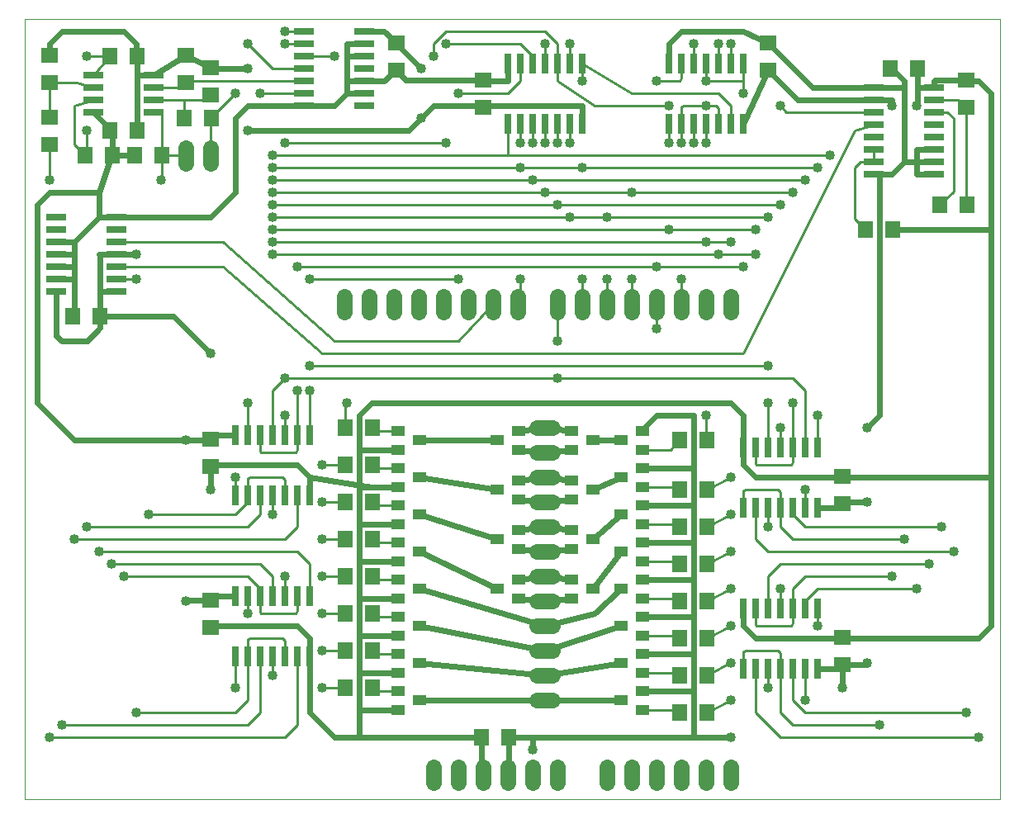
<source format=gtl>
G75*
G70*
%OFA0B0*%
%FSLAX24Y24*%
%IPPOS*%
%LPD*%
%AMOC8*
5,1,8,0,0,1.08239X$1,22.5*
%
%ADD10C,0.0000*%
%ADD11R,0.0800X0.0260*%
%ADD12R,0.0710X0.0630*%
%ADD13R,0.0630X0.0710*%
%ADD14R,0.0551X0.0394*%
%ADD15R,0.0630X0.0709*%
%ADD16R,0.0260X0.0800*%
%ADD17R,0.0709X0.0630*%
%ADD18C,0.0640*%
%ADD19C,0.0100*%
%ADD20C,0.0240*%
%ADD21C,0.0400*%
D10*
X000222Y000554D02*
X000222Y032050D01*
X039592Y032050D01*
X039592Y000554D01*
X000222Y000554D01*
D11*
X001512Y021054D03*
X001512Y021554D03*
X001512Y022054D03*
X001512Y022554D03*
X001512Y023054D03*
X001512Y023554D03*
X001512Y024054D03*
X003932Y024054D03*
X003932Y023554D03*
X003932Y023054D03*
X003932Y022554D03*
X003932Y022054D03*
X003932Y021554D03*
X003932Y021054D03*
X003012Y028304D03*
X003012Y028804D03*
X003012Y029304D03*
X003012Y029804D03*
X005432Y029804D03*
X005432Y029304D03*
X005432Y028804D03*
X005432Y028304D03*
X011512Y028554D03*
X011512Y029054D03*
X011512Y029554D03*
X011512Y030054D03*
X011512Y030554D03*
X011512Y031054D03*
X011512Y031554D03*
X013932Y031554D03*
X013932Y031054D03*
X013932Y030554D03*
X013932Y030054D03*
X013932Y029554D03*
X013932Y029054D03*
X013932Y028554D03*
X034512Y028304D03*
X034512Y027804D03*
X034512Y027304D03*
X034512Y026804D03*
X034512Y026304D03*
X034512Y025804D03*
X036932Y025804D03*
X036932Y026304D03*
X036932Y026804D03*
X036932Y027304D03*
X036932Y027804D03*
X036932Y028304D03*
X036932Y028804D03*
X036932Y029304D03*
X034512Y029304D03*
X034512Y028804D03*
D12*
X038222Y028494D03*
X038222Y029614D03*
X007722Y030114D03*
X006722Y030614D03*
X006722Y029494D03*
X007722Y028994D03*
X001222Y029494D03*
X001222Y030614D03*
X001222Y028114D03*
X001222Y026994D03*
D13*
X002662Y026554D03*
X003782Y026554D03*
X004662Y026554D03*
X005782Y026554D03*
X006662Y028054D03*
X007782Y028054D03*
X004782Y030554D03*
X003662Y030554D03*
X013162Y015554D03*
X014282Y015554D03*
X014282Y014054D03*
X013162Y014054D03*
X013162Y012554D03*
X014282Y012554D03*
X014282Y011054D03*
X013162Y011054D03*
X013162Y009554D03*
X014282Y009554D03*
X014282Y008054D03*
X013162Y008054D03*
X013162Y006554D03*
X014282Y006554D03*
X014282Y005054D03*
X013162Y005054D03*
X026662Y005554D03*
X027782Y005554D03*
X027782Y004054D03*
X026662Y004054D03*
X026662Y007054D03*
X027782Y007054D03*
X027782Y008554D03*
X026662Y008554D03*
X026662Y010054D03*
X027782Y010054D03*
X027782Y011554D03*
X026662Y011554D03*
X026662Y013054D03*
X027782Y013054D03*
X027782Y015054D03*
X026662Y015054D03*
X034162Y023554D03*
X035282Y023554D03*
D14*
X025155Y015428D03*
X024289Y015054D03*
X025155Y014680D03*
X025155Y013928D03*
X025155Y013180D03*
X025155Y012428D03*
X024289Y012054D03*
X025155Y011680D03*
X025155Y010928D03*
X025155Y010180D03*
X024289Y010554D03*
X023155Y011054D03*
X022289Y010680D03*
X022289Y011428D03*
X022289Y012680D03*
X023155Y013054D03*
X022289Y013428D03*
X022289Y014680D03*
X023155Y015054D03*
X022289Y015428D03*
X020155Y015428D03*
X019289Y015054D03*
X020155Y014680D03*
X020155Y013428D03*
X019289Y013054D03*
X020155Y012680D03*
X020155Y011428D03*
X020155Y010680D03*
X019289Y011054D03*
X020155Y009428D03*
X020155Y008680D03*
X019289Y009054D03*
X022289Y008680D03*
X022289Y009428D03*
X023155Y009054D03*
X024289Y009054D03*
X025155Y008680D03*
X025155Y009428D03*
X025155Y007928D03*
X024289Y007554D03*
X025155Y007180D03*
X025155Y006428D03*
X025155Y005680D03*
X025155Y004928D03*
X024289Y004554D03*
X025155Y004180D03*
X024289Y006054D03*
X016155Y006054D03*
X015289Y005680D03*
X015289Y006428D03*
X015289Y007180D03*
X016155Y007554D03*
X015289Y007928D03*
X015289Y008680D03*
X015289Y009428D03*
X016155Y009054D03*
X015289Y010180D03*
X015289Y010928D03*
X015289Y011680D03*
X016155Y012054D03*
X015289Y012428D03*
X015289Y013180D03*
X015289Y013928D03*
X015289Y014680D03*
X016155Y015054D03*
X015289Y015428D03*
X016155Y013554D03*
X016155Y010554D03*
X015289Y004928D03*
X016155Y004554D03*
X015289Y004180D03*
X024289Y013554D03*
D15*
X019773Y003054D03*
X018671Y003054D03*
X003273Y020054D03*
X002171Y020054D03*
X003671Y027554D03*
X004773Y027554D03*
X035171Y030054D03*
X036273Y030054D03*
X037171Y024554D03*
X038273Y024554D03*
D16*
X029222Y027844D03*
X028722Y027844D03*
X028222Y027844D03*
X027722Y027844D03*
X027222Y027844D03*
X026722Y027844D03*
X026222Y027844D03*
X026222Y030264D03*
X026722Y030264D03*
X027222Y030264D03*
X027722Y030264D03*
X028222Y030264D03*
X028722Y030264D03*
X029222Y030264D03*
X022722Y030264D03*
X022222Y030264D03*
X021722Y030264D03*
X021222Y030264D03*
X020722Y030264D03*
X020222Y030264D03*
X019722Y030264D03*
X019722Y027844D03*
X020222Y027844D03*
X020722Y027844D03*
X021222Y027844D03*
X021722Y027844D03*
X022222Y027844D03*
X022722Y027844D03*
X011722Y015264D03*
X011222Y015264D03*
X010722Y015264D03*
X010222Y015264D03*
X009722Y015264D03*
X009222Y015264D03*
X008722Y015264D03*
X008722Y012844D03*
X009222Y012844D03*
X009722Y012844D03*
X010222Y012844D03*
X010722Y012844D03*
X011222Y012844D03*
X011722Y012844D03*
X011722Y008764D03*
X011222Y008764D03*
X010722Y008764D03*
X010222Y008764D03*
X009722Y008764D03*
X009222Y008764D03*
X008722Y008764D03*
X008722Y006344D03*
X009222Y006344D03*
X009722Y006344D03*
X010222Y006344D03*
X010722Y006344D03*
X011222Y006344D03*
X011722Y006344D03*
X029222Y005844D03*
X029722Y005844D03*
X030222Y005844D03*
X030722Y005844D03*
X031222Y005844D03*
X031722Y005844D03*
X032222Y005844D03*
X032222Y008264D03*
X031722Y008264D03*
X031222Y008264D03*
X030722Y008264D03*
X030222Y008264D03*
X029722Y008264D03*
X029222Y008264D03*
X029222Y012344D03*
X029722Y012344D03*
X030222Y012344D03*
X030722Y012344D03*
X031222Y012344D03*
X031722Y012344D03*
X032222Y012344D03*
X032222Y014764D03*
X031722Y014764D03*
X031222Y014764D03*
X030722Y014764D03*
X030222Y014764D03*
X029722Y014764D03*
X029222Y014764D03*
D17*
X033222Y013606D03*
X033222Y012503D03*
X033222Y007106D03*
X033222Y006003D03*
X007722Y007503D03*
X007722Y008606D03*
X007722Y014003D03*
X007722Y015106D03*
X018722Y028503D03*
X018722Y029606D03*
X015222Y030003D03*
X015222Y031106D03*
X030222Y031106D03*
X030222Y030003D03*
D18*
X028722Y020874D02*
X028722Y020234D01*
X027722Y020234D02*
X027722Y020874D01*
X026722Y020874D02*
X026722Y020234D01*
X025722Y020234D02*
X025722Y020874D01*
X024722Y020874D02*
X024722Y020234D01*
X023722Y020234D02*
X023722Y020874D01*
X022722Y020874D02*
X022722Y020234D01*
X021722Y020234D02*
X021722Y020874D01*
X020122Y020874D02*
X020122Y020234D01*
X019122Y020234D02*
X019122Y020874D01*
X018122Y020874D02*
X018122Y020234D01*
X017122Y020234D02*
X017122Y020874D01*
X016122Y020874D02*
X016122Y020234D01*
X015122Y020234D02*
X015122Y020874D01*
X014122Y020874D02*
X014122Y020234D01*
X013122Y020234D02*
X013122Y020874D01*
X007722Y026234D02*
X007722Y026874D01*
X006722Y026874D02*
X006722Y026234D01*
X020902Y015554D02*
X021542Y015554D01*
X021542Y014554D02*
X020902Y014554D01*
X020902Y013554D02*
X021542Y013554D01*
X021542Y012554D02*
X020902Y012554D01*
X020902Y011554D02*
X021542Y011554D01*
X021542Y010554D02*
X020902Y010554D01*
X020902Y009554D02*
X021542Y009554D01*
X021542Y008554D02*
X020902Y008554D01*
X020902Y007554D02*
X021542Y007554D01*
X021542Y006554D02*
X020902Y006554D01*
X020902Y005554D02*
X021542Y005554D01*
X021542Y004554D02*
X020902Y004554D01*
X020722Y001874D02*
X020722Y001234D01*
X021722Y001234D02*
X021722Y001874D01*
X023722Y001874D02*
X023722Y001234D01*
X024722Y001234D02*
X024722Y001874D01*
X025722Y001874D02*
X025722Y001234D01*
X026722Y001234D02*
X026722Y001874D01*
X027722Y001874D02*
X027722Y001234D01*
X028722Y001234D02*
X028722Y001874D01*
X019722Y001874D02*
X019722Y001234D01*
X018722Y001234D02*
X018722Y001874D01*
X017722Y001874D02*
X017722Y001234D01*
X016722Y001234D02*
X016722Y001874D01*
D19*
X018671Y001554D02*
X018722Y001554D01*
X019722Y001554D02*
X019773Y001554D01*
X015289Y004928D02*
X014408Y004928D01*
X014282Y005054D01*
X013722Y005554D02*
X013722Y005680D01*
X013162Y005054D02*
X012222Y005054D01*
X011222Y006344D02*
X011222Y003554D01*
X010722Y003054D01*
X001222Y003054D01*
X001722Y003554D02*
X009222Y003554D01*
X009722Y004054D01*
X009722Y006344D01*
X010222Y006344D02*
X010222Y005554D01*
X010722Y006344D02*
X010722Y006954D01*
X010720Y006971D01*
X010716Y006988D01*
X010709Y007004D01*
X010699Y007018D01*
X010686Y007031D01*
X010672Y007041D01*
X010656Y007048D01*
X010639Y007052D01*
X010622Y007054D01*
X009322Y007054D01*
X009305Y007052D01*
X009288Y007048D01*
X009272Y007041D01*
X009258Y007031D01*
X009245Y007018D01*
X009235Y007004D01*
X009228Y006988D01*
X009224Y006971D01*
X009222Y006954D01*
X009222Y006344D01*
X009222Y004554D01*
X008722Y004054D01*
X004722Y004054D01*
X008722Y005054D02*
X008722Y006344D01*
X007722Y007503D02*
X007722Y007554D01*
X007722Y008606D02*
X007722Y008764D01*
X006722Y008606D02*
X006722Y008554D01*
X004222Y009554D02*
X009222Y009554D01*
X009722Y009054D01*
X009722Y008764D01*
X009722Y008154D01*
X009724Y008137D01*
X009728Y008120D01*
X009735Y008104D01*
X009745Y008090D01*
X009758Y008077D01*
X009772Y008067D01*
X009788Y008060D01*
X009805Y008056D01*
X009822Y008054D01*
X011122Y008054D01*
X011139Y008056D01*
X011156Y008060D01*
X011172Y008067D01*
X011186Y008077D01*
X011199Y008090D01*
X011209Y008104D01*
X011216Y008120D01*
X011220Y008137D01*
X011222Y008154D01*
X011222Y008764D01*
X011722Y008764D02*
X011722Y010054D01*
X011222Y010554D01*
X003222Y010554D01*
X003722Y010054D02*
X009722Y010054D01*
X010222Y009554D01*
X010222Y008764D01*
X010722Y008764D02*
X010722Y009554D01*
X012222Y009554D02*
X013162Y009554D01*
X013722Y010054D02*
X013722Y010180D01*
X014282Y009554D02*
X014408Y009428D01*
X015289Y009428D01*
X015289Y007928D02*
X014408Y007928D01*
X014282Y008054D01*
X013722Y008554D02*
X013722Y008680D01*
X013162Y008054D02*
X012222Y008054D01*
X012222Y006554D02*
X013162Y006554D01*
X013722Y007054D02*
X013722Y007180D01*
X014282Y006554D02*
X014408Y006428D01*
X015289Y006428D01*
X015289Y010928D02*
X014408Y010928D01*
X014282Y011054D01*
X013722Y011554D02*
X013722Y011680D01*
X013162Y011054D02*
X012222Y011054D01*
X012162Y011054D01*
X011222Y011554D02*
X010722Y011054D01*
X002222Y011054D01*
X002722Y011554D02*
X009222Y011554D01*
X009722Y012054D01*
X009722Y012844D01*
X010222Y012844D02*
X010222Y012054D01*
X009222Y012554D02*
X009222Y012844D01*
X009222Y013454D01*
X009224Y013471D01*
X009228Y013488D01*
X009235Y013504D01*
X009245Y013518D01*
X009258Y013531D01*
X009272Y013541D01*
X009288Y013548D01*
X009305Y013552D01*
X009322Y013554D01*
X010622Y013554D01*
X010639Y013552D01*
X010656Y013548D01*
X010672Y013541D01*
X010686Y013531D01*
X010699Y013518D01*
X010709Y013504D01*
X010716Y013488D01*
X010720Y013471D01*
X010722Y013454D01*
X010722Y012844D01*
X011222Y012844D02*
X011222Y011554D01*
X012222Y012554D02*
X013162Y012554D01*
X013722Y013054D02*
X013722Y013180D01*
X014282Y012554D02*
X014408Y012428D01*
X015289Y012428D01*
X015289Y013928D02*
X014408Y013928D01*
X014282Y014054D01*
X013722Y014554D02*
X013722Y014680D01*
X013162Y014054D02*
X012222Y014054D01*
X011222Y014654D02*
X011222Y015264D01*
X011222Y017054D01*
X011722Y017054D02*
X011722Y015264D01*
X011222Y014654D02*
X011220Y014637D01*
X011216Y014620D01*
X011209Y014604D01*
X011199Y014590D01*
X011186Y014577D01*
X011172Y014567D01*
X011156Y014560D01*
X011139Y014556D01*
X011122Y014554D01*
X009822Y014554D01*
X009805Y014556D01*
X009788Y014560D01*
X009772Y014567D01*
X009758Y014577D01*
X009745Y014590D01*
X009735Y014604D01*
X009728Y014620D01*
X009724Y014637D01*
X009722Y014654D01*
X009722Y015264D01*
X010222Y015264D02*
X010222Y017054D01*
X010722Y017554D01*
X021722Y017554D01*
X031222Y017554D01*
X031722Y017054D01*
X031722Y014764D01*
X031222Y014764D02*
X031222Y016554D01*
X030222Y016554D02*
X030222Y014764D01*
X030722Y014764D02*
X030722Y015554D01*
X031222Y014764D02*
X031222Y014154D01*
X031220Y014137D01*
X031216Y014120D01*
X031209Y014104D01*
X031199Y014090D01*
X031186Y014077D01*
X031172Y014067D01*
X031156Y014060D01*
X031139Y014056D01*
X031122Y014054D01*
X029822Y014054D01*
X029805Y014056D01*
X029788Y014060D01*
X029772Y014067D01*
X029758Y014077D01*
X029745Y014090D01*
X029735Y014104D01*
X029728Y014120D01*
X029724Y014137D01*
X029722Y014154D01*
X029722Y014764D01*
X029722Y013554D02*
X033222Y013554D01*
X033222Y013606D01*
X033222Y012554D02*
X033222Y012344D01*
X033222Y012503D01*
X031722Y012344D02*
X031722Y013054D01*
X031222Y012344D02*
X031222Y012054D01*
X031722Y011554D01*
X037222Y011554D01*
X037722Y010554D02*
X030222Y010554D01*
X029722Y011054D01*
X029722Y012344D01*
X029222Y012344D02*
X029222Y012954D01*
X029224Y012971D01*
X029228Y012988D01*
X029235Y013004D01*
X029245Y013018D01*
X029258Y013031D01*
X029272Y013041D01*
X029288Y013048D01*
X029305Y013052D01*
X029322Y013054D01*
X030622Y013054D01*
X030639Y013052D01*
X030656Y013048D01*
X030672Y013041D01*
X030686Y013031D01*
X030699Y013018D01*
X030709Y013004D01*
X030716Y012988D01*
X030720Y012971D01*
X030722Y012954D01*
X030722Y012344D01*
X030722Y011554D01*
X031222Y011054D01*
X035722Y011054D01*
X036722Y010054D02*
X030722Y010054D01*
X030222Y009554D01*
X030222Y008264D01*
X030722Y008264D02*
X030722Y009054D01*
X031222Y009054D02*
X031222Y008264D01*
X031222Y007654D01*
X031220Y007637D01*
X031216Y007620D01*
X031209Y007604D01*
X031199Y007590D01*
X031186Y007577D01*
X031172Y007567D01*
X031156Y007560D01*
X031139Y007556D01*
X031122Y007554D01*
X029822Y007554D01*
X029805Y007556D01*
X029788Y007560D01*
X029772Y007567D01*
X029758Y007577D01*
X029745Y007590D01*
X029735Y007604D01*
X029728Y007620D01*
X029724Y007637D01*
X029722Y007654D01*
X029722Y008264D01*
X029222Y008264D02*
X029222Y008554D01*
X028722Y009054D02*
X027782Y008554D01*
X026662Y008554D02*
X026536Y008680D01*
X025155Y008680D01*
X026536Y010180D02*
X026662Y010054D01*
X026536Y010180D02*
X025155Y010180D01*
X025155Y011680D02*
X026536Y011680D01*
X026662Y011554D01*
X027782Y011554D02*
X028722Y012054D01*
X027782Y013054D02*
X028722Y013554D01*
X030222Y012344D02*
X030222Y011554D01*
X028722Y010554D02*
X027782Y010054D01*
X028722Y007554D02*
X027782Y007054D01*
X026662Y007054D02*
X026536Y007180D01*
X025155Y007180D01*
X025155Y005680D02*
X026536Y005680D01*
X026662Y005554D01*
X027782Y005554D02*
X027841Y005614D01*
X028722Y006114D01*
X028722Y006054D01*
X029222Y005844D02*
X029222Y006454D01*
X029224Y006471D01*
X029228Y006488D01*
X029235Y006504D01*
X029245Y006518D01*
X029258Y006531D01*
X029272Y006541D01*
X029288Y006548D01*
X029305Y006552D01*
X029322Y006554D01*
X030622Y006554D01*
X030639Y006552D01*
X030656Y006548D01*
X030672Y006541D01*
X030686Y006531D01*
X030699Y006518D01*
X030709Y006504D01*
X030716Y006488D01*
X030720Y006471D01*
X030722Y006454D01*
X030722Y005844D01*
X030722Y004054D01*
X031222Y003554D01*
X034722Y003554D01*
X033222Y005844D02*
X033222Y006003D01*
X034222Y006003D02*
X034222Y006054D01*
X033222Y007054D02*
X033222Y007106D01*
X032222Y007554D02*
X032222Y008264D01*
X031722Y008264D02*
X031722Y008554D01*
X032222Y009054D01*
X036222Y009054D01*
X035222Y009554D02*
X031722Y009554D01*
X031222Y009054D01*
X031222Y005844D02*
X031222Y004554D01*
X031722Y004054D01*
X038222Y004054D01*
X038722Y003054D02*
X030722Y003054D01*
X029722Y004054D01*
X029722Y005844D01*
X030222Y005844D02*
X030222Y005054D01*
X031722Y004554D02*
X031722Y005844D01*
X028722Y004554D02*
X027782Y004054D01*
X026662Y004054D02*
X026536Y004180D01*
X025155Y004180D01*
X026662Y013054D02*
X026536Y013180D01*
X025155Y013180D01*
X025155Y014680D02*
X026288Y014680D01*
X026662Y015054D01*
X027722Y015054D02*
X027722Y016054D01*
X027722Y015054D02*
X027782Y015054D01*
X030222Y018054D02*
X011722Y018054D01*
X012192Y018584D02*
X008222Y022054D01*
X003932Y022054D01*
X003932Y021554D02*
X004722Y021554D01*
X003932Y023054D02*
X008222Y023054D01*
X012722Y019054D01*
X017722Y019054D01*
X019122Y020554D01*
X019222Y020554D01*
X020122Y020554D02*
X020222Y020554D01*
X020222Y021554D01*
X021722Y020554D02*
X021722Y019054D01*
X022722Y020554D02*
X022722Y021554D01*
X023722Y021554D02*
X023722Y020554D01*
X024722Y020554D02*
X024722Y021554D01*
X025722Y022054D02*
X029222Y022054D01*
X029722Y022554D02*
X028222Y022554D01*
X010222Y022554D01*
X010222Y023054D02*
X027722Y023054D01*
X028722Y023054D01*
X029722Y023554D02*
X026222Y023554D01*
X010222Y023554D01*
X010222Y024054D02*
X022222Y024054D01*
X023722Y024054D01*
X030222Y024054D01*
X030722Y024554D02*
X021722Y024554D01*
X010222Y024554D01*
X010222Y025054D02*
X021222Y025054D01*
X024722Y025054D01*
X031222Y025054D01*
X031722Y025554D02*
X020722Y025554D01*
X010222Y025554D01*
X010222Y026054D02*
X020222Y026054D01*
X022722Y026054D01*
X032222Y026054D01*
X032722Y026554D02*
X019722Y026554D01*
X010222Y026554D01*
X010722Y027054D02*
X017222Y027054D01*
X018671Y028554D02*
X018722Y028503D01*
X018722Y028554D01*
X017722Y029054D02*
X019722Y029054D01*
X020222Y029554D01*
X020222Y030264D01*
X020722Y030264D02*
X020722Y030554D01*
X020222Y031054D01*
X017222Y031054D01*
X016722Y031054D02*
X017222Y031554D01*
X021222Y031554D01*
X021722Y031054D01*
X021722Y030054D01*
X021722Y029554D01*
X023222Y028554D01*
X026222Y028554D01*
X026722Y028454D02*
X026722Y027844D01*
X026722Y027054D01*
X027222Y027054D02*
X027222Y027844D01*
X027722Y027844D02*
X027722Y027054D01*
X028222Y027844D02*
X028222Y028454D01*
X028220Y028471D01*
X028216Y028488D01*
X028209Y028504D01*
X028199Y028518D01*
X028186Y028531D01*
X028172Y028541D01*
X028156Y028548D01*
X028139Y028552D01*
X028122Y028554D01*
X027722Y028554D01*
X026822Y028554D01*
X026805Y028552D01*
X026788Y028548D01*
X026772Y028541D01*
X026758Y028531D01*
X026745Y028518D01*
X026735Y028504D01*
X026728Y028488D01*
X026724Y028471D01*
X026722Y028454D01*
X026222Y027844D02*
X026222Y027054D01*
X024722Y029054D02*
X028222Y029054D01*
X028722Y028554D01*
X028722Y027844D01*
X029222Y029054D02*
X029222Y029554D01*
X027722Y029554D01*
X027722Y030264D01*
X027222Y030264D02*
X027222Y031054D01*
X026722Y030264D02*
X026722Y029654D01*
X026720Y029637D01*
X026716Y029620D01*
X026709Y029604D01*
X026699Y029590D01*
X026686Y029577D01*
X026672Y029567D01*
X026656Y029560D01*
X026639Y029556D01*
X026622Y029554D01*
X025722Y029554D01*
X024722Y029054D02*
X022722Y030264D01*
X022722Y029554D01*
X022222Y030264D02*
X022222Y031054D01*
X021222Y031054D02*
X021222Y030264D01*
X021722Y030264D02*
X021722Y030054D01*
X021722Y027844D02*
X021722Y027054D01*
X022222Y027054D02*
X022222Y027844D01*
X021222Y027844D02*
X021222Y027054D01*
X020722Y027054D02*
X020722Y027844D01*
X020222Y027844D02*
X020222Y027054D01*
X019722Y026554D02*
X019722Y027844D01*
X018722Y029554D02*
X018722Y029606D01*
X016722Y030554D02*
X016722Y031054D01*
X012722Y030554D02*
X011512Y030554D01*
X011512Y030054D02*
X010222Y030054D01*
X009222Y031054D01*
X010722Y031054D02*
X011512Y031054D01*
X011512Y031554D02*
X010722Y031554D01*
X011512Y029554D02*
X006782Y029554D01*
X006722Y029494D01*
X006722Y029304D01*
X005432Y029304D01*
X005432Y028804D02*
X006722Y028804D01*
X006662Y028804D01*
X006662Y028054D01*
X005782Y028304D02*
X005782Y026554D01*
X005782Y025554D01*
X005722Y025554D01*
X005782Y026554D02*
X006722Y026554D01*
X007722Y026554D02*
X007722Y028054D01*
X008722Y029054D01*
X007722Y029054D02*
X007722Y028994D01*
X007722Y028804D01*
X006722Y028804D01*
X005782Y028304D02*
X005432Y028304D01*
X003782Y027554D02*
X003671Y027554D01*
X003671Y027646D01*
X002722Y027554D02*
X002722Y026614D01*
X002662Y026554D01*
X002222Y026994D01*
X002222Y028554D01*
X003012Y028804D01*
X003012Y029304D02*
X002322Y029494D01*
X001222Y029494D01*
X001222Y028114D01*
X001222Y027054D02*
X001222Y026994D01*
X001222Y025554D01*
X003722Y026554D02*
X003782Y026554D01*
X003012Y029804D02*
X003662Y030554D01*
X002722Y030554D01*
X004780Y030054D02*
X004780Y029804D01*
X007722Y028054D02*
X007782Y028054D01*
X009722Y029054D02*
X011512Y029054D01*
X011222Y022054D02*
X025722Y022054D01*
X026722Y021554D02*
X026722Y020554D01*
X025722Y020554D02*
X025722Y019554D01*
X029222Y018554D02*
X033722Y027554D01*
X034512Y027804D01*
X034512Y028304D02*
X030972Y028304D01*
X030722Y028554D01*
X030421Y029804D02*
X030222Y030003D01*
X029222Y030264D02*
X029222Y029554D01*
X028722Y030264D02*
X028722Y031054D01*
X028222Y031054D02*
X028222Y030264D01*
X033722Y026054D02*
X033722Y023994D01*
X034162Y023554D01*
X034512Y025804D02*
X034722Y025804D01*
X034512Y026304D02*
X033972Y026304D01*
X033722Y026054D01*
X034512Y026304D02*
X034512Y026804D01*
X036222Y028554D02*
X036273Y028554D01*
X036932Y028304D02*
X037472Y028304D01*
X037722Y028054D01*
X037722Y025106D01*
X037171Y024554D01*
X038222Y024606D02*
X038273Y024554D01*
X038222Y024606D02*
X038222Y028494D01*
X037912Y028804D01*
X036932Y028804D01*
X038222Y029614D02*
X038282Y029554D01*
X035222Y030054D02*
X035171Y030054D01*
X026222Y023554D02*
X024722Y023554D01*
X029222Y018554D02*
X012263Y018554D01*
X012247Y018555D01*
X012232Y018559D01*
X012218Y018565D01*
X012204Y018573D01*
X012192Y018583D01*
X013222Y016554D02*
X013162Y016494D01*
X013162Y015554D01*
X014282Y015554D02*
X014408Y015428D01*
X015289Y015428D01*
X010722Y015264D02*
X010722Y016054D01*
X009222Y016554D02*
X009222Y015264D01*
X007722Y015264D02*
X007722Y015106D01*
X007722Y015054D01*
X007722Y014054D02*
X007722Y014003D01*
X008722Y013554D02*
X008722Y012844D01*
X009222Y012554D02*
X008722Y012054D01*
X005222Y012054D01*
X009222Y008764D02*
X009222Y008054D01*
X002222Y020054D02*
X002171Y020054D01*
X011722Y021554D02*
X017722Y021554D01*
X032222Y016054D02*
X032222Y014764D01*
D20*
X034222Y015554D02*
X034722Y016054D01*
X034722Y025804D01*
X034512Y025804D02*
X035222Y025804D01*
X035722Y026304D01*
X035722Y029554D01*
X035722Y029304D01*
X034512Y029304D01*
X032023Y029304D01*
X030222Y031106D01*
X029222Y031554D01*
X026722Y031554D01*
X026222Y031054D01*
X026222Y030264D01*
X029222Y027844D02*
X030222Y030003D01*
X031421Y028804D01*
X034512Y028804D01*
X035222Y028804D01*
X035222Y028554D01*
X036273Y028554D02*
X036273Y029304D01*
X036932Y029304D01*
X036932Y029514D01*
X036934Y029531D01*
X036938Y029548D01*
X036945Y029564D01*
X036955Y029578D01*
X036968Y029591D01*
X036982Y029601D01*
X036998Y029608D01*
X037015Y029612D01*
X037032Y029614D01*
X038222Y029614D01*
X038282Y029554D02*
X038722Y029554D01*
X039222Y029054D01*
X039222Y023554D01*
X035282Y023554D01*
X036222Y025804D02*
X036932Y025804D01*
X036932Y026304D02*
X036222Y026304D01*
X036222Y026804D01*
X036932Y026804D01*
X036222Y026304D02*
X035722Y026304D01*
X036222Y026304D02*
X036222Y025804D01*
X039222Y023554D02*
X039222Y013554D01*
X029722Y013554D01*
X029222Y014054D01*
X029222Y014764D01*
X029222Y016054D01*
X028722Y016554D01*
X014222Y016554D01*
X013722Y016054D01*
X013722Y014554D01*
X013722Y013054D01*
X013722Y011554D01*
X013722Y010054D01*
X013722Y008554D01*
X013722Y007054D01*
X013722Y005554D01*
X013722Y004054D01*
X013722Y004180D01*
X015289Y004180D01*
X016155Y004554D02*
X021222Y004554D01*
X024289Y004554D01*
X025155Y004928D02*
X027222Y004928D01*
X027222Y005054D01*
X027222Y006554D01*
X027222Y006428D01*
X025155Y006428D01*
X024289Y006054D02*
X021222Y005554D01*
X016155Y006054D01*
X015289Y005680D02*
X013722Y005680D01*
X013722Y007180D02*
X015289Y007180D01*
X016155Y007554D02*
X021222Y006554D01*
X024289Y007554D01*
X025155Y007928D02*
X027222Y007928D01*
X027222Y008054D01*
X027222Y009554D01*
X027222Y009428D01*
X025155Y009428D01*
X024289Y009054D02*
X023222Y008054D01*
X021222Y007554D01*
X016155Y009054D01*
X015289Y008680D02*
X013722Y008680D01*
X013722Y010180D02*
X015289Y010180D01*
X016155Y010554D02*
X019289Y009054D01*
X020155Y008680D02*
X021222Y008554D01*
X022289Y008680D01*
X022289Y009428D02*
X021222Y009554D01*
X020155Y009428D01*
X020155Y010680D02*
X021222Y010554D01*
X022289Y010680D01*
X022289Y011428D02*
X021222Y011554D01*
X020155Y011428D01*
X019289Y011054D02*
X016155Y012054D01*
X015289Y011680D02*
X013722Y011680D01*
X013722Y013180D02*
X014222Y013180D01*
X011722Y013554D01*
X011722Y012844D01*
X011722Y013554D02*
X011222Y014054D01*
X007722Y014054D01*
X007722Y013054D01*
X007722Y015054D02*
X006722Y015054D01*
X002222Y015054D01*
X000722Y016554D01*
X000722Y024554D01*
X001222Y025054D01*
X003222Y025054D01*
X003722Y026554D01*
X003782Y026554D02*
X004662Y026554D01*
X003782Y026554D02*
X003782Y027554D01*
X003671Y027646D02*
X003012Y028304D01*
X004773Y027554D02*
X004780Y030054D01*
X004782Y030554D01*
X004722Y030614D01*
X004722Y031054D01*
X004222Y031554D01*
X001722Y031554D01*
X001222Y031054D01*
X001222Y030614D01*
X004780Y029804D02*
X005432Y029804D01*
X006722Y030614D01*
X007722Y030114D01*
X007782Y030054D01*
X009222Y030054D01*
X009222Y028554D02*
X011512Y028554D01*
X012722Y028554D01*
X013222Y029054D01*
X013932Y029054D01*
X013932Y029554D02*
X013222Y029554D01*
X013222Y030554D01*
X013932Y030554D01*
X013932Y031054D02*
X013222Y031054D01*
X013222Y030554D01*
X013222Y029554D02*
X013222Y029054D01*
X013932Y029554D02*
X014722Y029554D01*
X015222Y030003D01*
X015619Y029606D01*
X018722Y029606D01*
X018722Y029554D02*
X019722Y029554D01*
X019722Y030264D01*
X018722Y028554D02*
X022722Y028554D01*
X022722Y027844D01*
X018671Y028554D02*
X016722Y028554D01*
X016222Y028054D01*
X015722Y027554D01*
X009222Y027554D01*
X008722Y028054D02*
X009222Y028554D01*
X008722Y028054D02*
X008722Y025054D01*
X007722Y024054D01*
X003932Y024054D01*
X003222Y024054D01*
X003222Y025054D01*
X003222Y024054D02*
X002222Y023054D01*
X001512Y023054D01*
X001512Y022554D02*
X002222Y022554D01*
X002222Y022054D01*
X001512Y022054D01*
X001512Y021554D02*
X002222Y021554D01*
X002222Y020106D01*
X002171Y020054D01*
X001512Y019264D02*
X001722Y019054D01*
X002773Y019054D01*
X003222Y019554D01*
X003273Y019606D01*
X003273Y020054D01*
X003273Y021054D01*
X003932Y021054D01*
X003273Y021054D02*
X003273Y022503D01*
X003222Y022554D01*
X003932Y022554D01*
X004722Y022554D01*
X002222Y022554D02*
X002222Y023054D01*
X002222Y022054D02*
X002222Y021554D01*
X001512Y021054D02*
X001512Y019264D01*
X003273Y020054D02*
X006222Y020054D01*
X007722Y018554D01*
X007722Y015264D02*
X008722Y015264D01*
X013722Y014680D02*
X015289Y014680D01*
X016155Y015054D02*
X019289Y015054D01*
X020155Y014680D02*
X021222Y014554D01*
X022289Y014680D01*
X023155Y015054D02*
X024289Y015054D01*
X025155Y015428D02*
X025155Y015487D01*
X025722Y016054D01*
X027222Y016054D01*
X027222Y014054D01*
X027222Y013928D01*
X025155Y013928D01*
X024289Y013554D02*
X023155Y013054D01*
X022289Y012680D02*
X021222Y012554D01*
X020155Y012680D01*
X019289Y013054D02*
X016155Y013554D01*
X015289Y013180D02*
X014222Y013180D01*
X008722Y008764D02*
X007722Y008764D01*
X007722Y008606D02*
X006722Y008606D01*
X007722Y007554D02*
X011222Y007554D01*
X011722Y007054D01*
X011722Y006344D01*
X011722Y004054D01*
X012722Y003054D01*
X013722Y003054D01*
X013722Y004054D01*
X013722Y003054D02*
X018671Y003054D01*
X018671Y001554D01*
X019773Y001554D02*
X019773Y003054D01*
X020722Y003054D01*
X020722Y002554D01*
X020722Y003054D02*
X027222Y003054D01*
X027222Y005054D01*
X027222Y006554D02*
X027222Y008054D01*
X027222Y009554D02*
X027222Y011054D01*
X027222Y010928D01*
X025155Y010928D01*
X024289Y010554D02*
X023155Y009054D01*
X023155Y011054D02*
X024289Y012054D01*
X025155Y012428D02*
X027222Y012428D01*
X027222Y012554D01*
X027222Y014054D01*
X027222Y012554D02*
X027222Y011054D01*
X029222Y008264D02*
X029222Y007554D01*
X029722Y007054D01*
X033222Y007054D01*
X038722Y007054D01*
X039222Y007554D01*
X039222Y013554D01*
X034222Y012554D02*
X033222Y012554D01*
X033222Y012344D02*
X032222Y012344D01*
X033222Y006003D02*
X033222Y005054D01*
X033222Y005844D02*
X032222Y005844D01*
X033222Y006003D02*
X034222Y006003D01*
X028722Y003054D02*
X027222Y003054D01*
X022289Y013428D02*
X021222Y013554D01*
X020155Y013428D01*
X020155Y015428D02*
X021222Y015554D01*
X022289Y015428D01*
X036273Y029304D02*
X036273Y030054D01*
X035722Y029554D02*
X035222Y030054D01*
X016222Y030054D02*
X015222Y031054D01*
X015222Y031106D01*
X014722Y031554D01*
X013932Y031554D01*
D21*
X012722Y030554D03*
X010722Y031054D03*
X010722Y031554D03*
X009222Y031054D03*
X009222Y030054D03*
X009722Y029054D03*
X008722Y029054D03*
X009222Y027554D03*
X010222Y026554D03*
X010222Y026054D03*
X010222Y025554D03*
X010222Y025054D03*
X010222Y024554D03*
X010222Y024054D03*
X010222Y023554D03*
X010222Y023054D03*
X010222Y022554D03*
X011222Y022054D03*
X011722Y021554D03*
X011722Y018054D03*
X010722Y017554D03*
X011222Y017054D03*
X011722Y017054D03*
X010722Y016054D03*
X009222Y016554D03*
X007722Y018554D03*
X004722Y021554D03*
X004722Y022554D03*
X005722Y025554D03*
X002722Y027554D03*
X001222Y025554D03*
X002722Y030554D03*
X010722Y027054D03*
X016222Y028054D03*
X017222Y027054D03*
X017722Y029054D03*
X016222Y030054D03*
X016722Y030554D03*
X017222Y031054D03*
X021222Y031054D03*
X022222Y031054D03*
X022722Y029554D03*
X025722Y029554D03*
X026222Y028554D03*
X027722Y028554D03*
X027722Y029554D03*
X029222Y029054D03*
X030722Y028554D03*
X032722Y026554D03*
X032222Y026054D03*
X031722Y025554D03*
X031222Y025054D03*
X030722Y024554D03*
X030222Y024054D03*
X029722Y023554D03*
X028722Y023054D03*
X028222Y022554D03*
X027722Y023054D03*
X026222Y023554D03*
X024722Y025054D03*
X023722Y024054D03*
X022222Y024054D03*
X021722Y024554D03*
X021222Y025054D03*
X020722Y025554D03*
X020222Y026054D03*
X020222Y027054D03*
X020722Y027054D03*
X021222Y027054D03*
X021722Y027054D03*
X022222Y027054D03*
X022722Y026054D03*
X026222Y027054D03*
X026722Y027054D03*
X027222Y027054D03*
X027722Y027054D03*
X028222Y031054D03*
X028722Y031054D03*
X027222Y031054D03*
X035222Y028554D03*
X036222Y028554D03*
X029722Y022554D03*
X029222Y022054D03*
X026722Y021554D03*
X025722Y022054D03*
X024722Y021554D03*
X023722Y021554D03*
X022722Y021554D03*
X020222Y021554D03*
X017722Y021554D03*
X021722Y019054D03*
X021722Y017554D03*
X025722Y019554D03*
X027722Y016054D03*
X030222Y016554D03*
X031222Y016554D03*
X032222Y016054D03*
X030722Y015554D03*
X028722Y013554D03*
X028722Y012054D03*
X028722Y010554D03*
X030222Y011554D03*
X031722Y013054D03*
X034222Y012554D03*
X035722Y011054D03*
X036722Y010054D03*
X036222Y009054D03*
X035222Y009554D03*
X037222Y011554D03*
X037722Y010554D03*
X034222Y006054D03*
X033222Y005054D03*
X031722Y004554D03*
X030222Y005054D03*
X028722Y004554D03*
X028722Y003054D03*
X028722Y006054D03*
X028722Y007554D03*
X028722Y009054D03*
X030722Y009054D03*
X032222Y007554D03*
X034722Y003554D03*
X038222Y004054D03*
X038722Y003054D03*
X034222Y015554D03*
X030222Y018054D03*
X013222Y016554D03*
X012222Y014054D03*
X012222Y012554D03*
X012222Y011054D03*
X012222Y009554D03*
X010722Y009554D03*
X012222Y008054D03*
X012222Y006554D03*
X012222Y005054D03*
X010222Y005554D03*
X008722Y005054D03*
X009222Y008054D03*
X006722Y008554D03*
X004222Y009554D03*
X003722Y010054D03*
X003222Y010554D03*
X002222Y011054D03*
X002722Y011554D03*
X005222Y012054D03*
X007722Y013054D03*
X008722Y013554D03*
X010222Y012054D03*
X006722Y015054D03*
X004722Y004054D03*
X001722Y003554D03*
X001222Y003054D03*
X020722Y002554D03*
M02*

</source>
